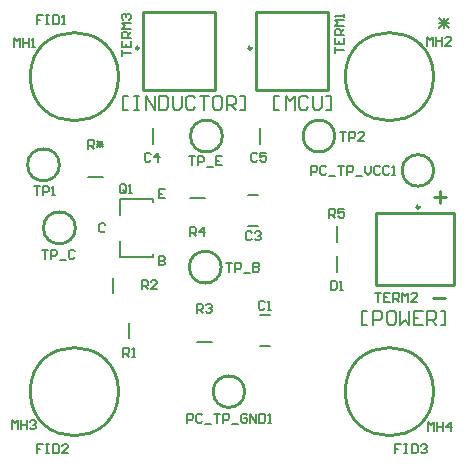
<source format=gto>
G04 Layer_Color=65535*
%FSLAX25Y25*%
%MOIN*%
G70*
G01*
G75*
%ADD22C,0.01000*%
%ADD23C,0.00787*%
%ADD24C,0.00500*%
%ADD25C,0.00800*%
D22*
X79250Y22500D02*
G03*
X79250Y22500I-5250J0D01*
G01*
X142250Y96232D02*
G03*
X142250Y96232I-5250J0D01*
G01*
X37205Y127500D02*
G03*
X37205Y127500I-14705J0D01*
G01*
X142205D02*
G03*
X142205Y127500I-14705J0D01*
G01*
X37205Y22500D02*
G03*
X37205Y22500I-14705J0D01*
G01*
X142205D02*
G03*
X142205Y22500I-14705J0D01*
G01*
X81500Y137000D02*
G03*
X81500Y137000I-500J0D01*
G01*
X137500Y84000D02*
G03*
X137500Y84000I-500J0D01*
G01*
X44000Y137000D02*
G03*
X44000Y137000I-500J0D01*
G01*
X17515Y98100D02*
G03*
X17515Y98100I-5315J0D01*
G01*
X109315Y107700D02*
G03*
X109315Y107700I-5315J0D01*
G01*
X71415Y64000D02*
G03*
X71415Y64000I-5315J0D01*
G01*
X71815Y107700D02*
G03*
X71815Y107700I-5315J0D01*
G01*
X22815Y77100D02*
G03*
X22815Y77100I-5315J0D01*
G01*
X83000Y149000D02*
X107000D01*
Y123000D02*
Y149000D01*
X83000Y123000D02*
Y149000D01*
Y123000D02*
X107000D01*
X149000Y58000D02*
Y82000D01*
X123000Y58000D02*
X149000D01*
X123000Y82000D02*
X149000D01*
X123000Y58000D02*
Y82000D01*
X45500Y149000D02*
X69500D01*
Y123000D02*
Y149000D01*
X45500Y123000D02*
Y149000D01*
Y123000D02*
X69500D01*
X142492Y87242D02*
X146491D01*
X144491Y89241D02*
Y85243D01*
X142162Y53832D02*
X146161D01*
D23*
X27041Y94200D02*
X32159D01*
X48637Y105141D02*
Y110259D01*
X84237Y105141D02*
Y110259D01*
X109963Y62453D02*
Y67571D01*
X40724Y40341D02*
Y45459D01*
X35232Y55241D02*
Y60359D01*
X63378Y38963D02*
X68496D01*
X61078Y86994D02*
X66196D01*
X109963Y72453D02*
Y77571D01*
X84462Y37782D02*
X87612D01*
X84462Y48018D02*
X87612D01*
X80425Y77882D02*
X83575D01*
X80425Y88118D02*
X83575D01*
X37564Y67500D02*
Y72700D01*
Y67500D02*
X48864D01*
Y68500D01*
Y85700D02*
Y86700D01*
X37564D02*
X48864D01*
X37564Y81500D02*
Y86700D01*
D24*
X27200Y103500D02*
Y106499D01*
X28699D01*
X29199Y105999D01*
Y104999D01*
X28699Y104500D01*
X27200D01*
X28200D02*
X29199Y103500D01*
X30199Y105999D02*
X32198Y104000D01*
X30199D02*
X32198Y105999D01*
X30199Y104999D02*
X32198D01*
X31199Y104000D02*
Y105999D01*
X101500Y94732D02*
Y97731D01*
X102999D01*
X103499Y97231D01*
Y96232D01*
X102999Y95732D01*
X101500D01*
X106498Y97231D02*
X105999Y97731D01*
X104999D01*
X104499Y97231D01*
Y95232D01*
X104999Y94732D01*
X105999D01*
X106498Y95232D01*
X107498Y94232D02*
X109497D01*
X110497Y97731D02*
X112496D01*
X111497D01*
Y94732D01*
X113496D02*
Y97731D01*
X114996D01*
X115496Y97231D01*
Y96232D01*
X114996Y95732D01*
X113496D01*
X116495Y94232D02*
X118494D01*
X119494Y97731D02*
Y95732D01*
X120494Y94732D01*
X121493Y95732D01*
Y97731D01*
X124493Y97231D02*
X123993Y97731D01*
X122993D01*
X122493Y97231D01*
Y95232D01*
X122993Y94732D01*
X123993D01*
X124493Y95232D01*
X127492Y97231D02*
X126992Y97731D01*
X125992D01*
X125492Y97231D01*
Y95232D01*
X125992Y94732D01*
X126992D01*
X127492Y95232D01*
X128491Y94732D02*
X129491D01*
X128991D01*
Y97731D01*
X128491Y97231D01*
X60138Y12071D02*
Y15070D01*
X61638D01*
X62137Y14570D01*
Y13570D01*
X61638Y13071D01*
X60138D01*
X65136Y14570D02*
X64636Y15070D01*
X63637D01*
X63137Y14570D01*
Y12571D01*
X63637Y12071D01*
X64636D01*
X65136Y12571D01*
X66136Y11571D02*
X68135D01*
X69135Y15070D02*
X71134D01*
X70135D01*
Y12071D01*
X72134D02*
Y15070D01*
X73634D01*
X74133Y14570D01*
Y13570D01*
X73634Y13071D01*
X72134D01*
X75133Y11571D02*
X77132D01*
X80132Y14570D02*
X79632Y15070D01*
X78632D01*
X78132Y14570D01*
Y12571D01*
X78632Y12071D01*
X79632D01*
X80132Y12571D01*
Y13570D01*
X79132D01*
X81131Y12071D02*
Y15070D01*
X83131Y12071D01*
Y15070D01*
X84130D02*
Y12071D01*
X85630D01*
X86130Y12571D01*
Y14570D01*
X85630Y15070D01*
X84130D01*
X87129Y12071D02*
X88129D01*
X87629D01*
Y15070D01*
X87129Y14570D01*
X85899Y52299D02*
X85400Y52799D01*
X84400D01*
X83900Y52299D01*
Y50300D01*
X84400Y49800D01*
X85400D01*
X85899Y50300D01*
X86899Y49800D02*
X87899D01*
X87399D01*
Y52799D01*
X86899Y52299D01*
X81599Y75499D02*
X81099Y75999D01*
X80100D01*
X79600Y75499D01*
Y73500D01*
X80100Y73000D01*
X81099D01*
X81599Y73500D01*
X82599Y75499D02*
X83099Y75999D01*
X84099D01*
X84598Y75499D01*
Y74999D01*
X84099Y74499D01*
X83599D01*
X84099D01*
X84598Y74000D01*
Y73500D01*
X84099Y73000D01*
X83099D01*
X82599Y73500D01*
X48007Y101711D02*
X47508Y102211D01*
X46508D01*
X46008Y101711D01*
Y99712D01*
X46508Y99212D01*
X47508D01*
X48007Y99712D01*
X50507Y99212D02*
Y102211D01*
X49007Y100712D01*
X51006D01*
X83499Y101699D02*
X82999Y102199D01*
X82000D01*
X81500Y101699D01*
Y99700D01*
X82000Y99200D01*
X82999D01*
X83499Y99700D01*
X86498Y102199D02*
X84499D01*
Y100699D01*
X85499Y101199D01*
X85999D01*
X86498Y100699D01*
Y99700D01*
X85999Y99200D01*
X84999D01*
X84499Y99700D01*
X107994Y59499D02*
Y56500D01*
X109494D01*
X109994Y57000D01*
Y58999D01*
X109494Y59499D01*
X107994D01*
X110994Y56500D02*
X111993D01*
X111493D01*
Y59499D01*
X110994Y58999D01*
X11999Y147999D02*
X10000D01*
Y146500D01*
X11000D01*
X10000D01*
Y145000D01*
X12999Y147999D02*
X13999D01*
X13499D01*
Y145000D01*
X12999D01*
X13999D01*
X15498Y147999D02*
Y145000D01*
X16998D01*
X17498Y145500D01*
Y147499D01*
X16998Y147999D01*
X15498D01*
X18497Y145000D02*
X19497D01*
X18997D01*
Y147999D01*
X18497Y147499D01*
X11999Y4999D02*
X10000D01*
Y3500D01*
X11000D01*
X10000D01*
Y2000D01*
X12999Y4999D02*
X13999D01*
X13499D01*
Y2000D01*
X12999D01*
X13999D01*
X15498Y4999D02*
Y2000D01*
X16998D01*
X17498Y2500D01*
Y4499D01*
X16998Y4999D01*
X15498D01*
X20497Y2000D02*
X18497D01*
X20497Y3999D01*
Y4499D01*
X19997Y4999D01*
X18997D01*
X18497Y4499D01*
X131499Y4999D02*
X129500D01*
Y3500D01*
X130500D01*
X129500D01*
Y2000D01*
X132499Y4999D02*
X133499D01*
X132999D01*
Y2000D01*
X132499D01*
X133499D01*
X134998Y4999D02*
Y2000D01*
X136498D01*
X136998Y2500D01*
Y4499D01*
X136498Y4999D01*
X134998D01*
X137997Y4499D02*
X138497Y4999D01*
X139497D01*
X139997Y4499D01*
Y3999D01*
X139497Y3500D01*
X138997D01*
X139497D01*
X139997Y3000D01*
Y2500D01*
X139497Y2000D01*
X138497D01*
X137997Y2500D01*
X2209Y137314D02*
Y140313D01*
X3209Y139313D01*
X4208Y140313D01*
Y137314D01*
X5208Y140313D02*
Y137314D01*
Y138813D01*
X7207D01*
Y140313D01*
Y137314D01*
X8207D02*
X9207D01*
X8707D01*
Y140313D01*
X8207Y139813D01*
X140184Y137834D02*
Y140833D01*
X141184Y139833D01*
X142183Y140833D01*
Y137834D01*
X143183Y140833D02*
Y137834D01*
Y139333D01*
X145182D01*
Y140833D01*
Y137834D01*
X148181D02*
X146182D01*
X148181Y139833D01*
Y140333D01*
X147682Y140833D01*
X146682D01*
X146182Y140333D01*
X1658Y9937D02*
Y12936D01*
X2658Y11936D01*
X3657Y12936D01*
Y9937D01*
X4657Y12936D02*
Y9937D01*
Y11436D01*
X6656D01*
Y12936D01*
Y9937D01*
X7656Y12436D02*
X8156Y12936D01*
X9156D01*
X9655Y12436D01*
Y11936D01*
X9156Y11436D01*
X8656D01*
X9156D01*
X9655Y10937D01*
Y10437D01*
X9156Y9937D01*
X8156D01*
X7656Y10437D01*
X140452Y9379D02*
Y12378D01*
X141452Y11378D01*
X142451Y12378D01*
Y9379D01*
X143451Y12378D02*
Y9379D01*
Y10879D01*
X145450D01*
Y12378D01*
Y9379D01*
X147950D02*
Y12378D01*
X146450Y10879D01*
X148449D01*
X38756Y34200D02*
Y37199D01*
X40255D01*
X40755Y36699D01*
Y35699D01*
X40255Y35200D01*
X38756D01*
X39756D02*
X40755Y34200D01*
X41755D02*
X42755D01*
X42255D01*
Y37199D01*
X41755Y36699D01*
X44957Y56600D02*
Y59599D01*
X46456D01*
X46956Y59099D01*
Y58100D01*
X46456Y57600D01*
X44957D01*
X45956D02*
X46956Y56600D01*
X49955D02*
X47956D01*
X49955Y58599D01*
Y59099D01*
X49455Y59599D01*
X48456D01*
X47956Y59099D01*
X63300Y48800D02*
Y51799D01*
X64799D01*
X65299Y51299D01*
Y50300D01*
X64799Y49800D01*
X63300D01*
X64300D02*
X65299Y48800D01*
X66299Y51299D02*
X66799Y51799D01*
X67799D01*
X68298Y51299D01*
Y50799D01*
X67799Y50300D01*
X67299D01*
X67799D01*
X68298Y49800D01*
Y49300D01*
X67799Y48800D01*
X66799D01*
X66299Y49300D01*
X61100Y74300D02*
Y77299D01*
X62599D01*
X63099Y76799D01*
Y75800D01*
X62599Y75300D01*
X61100D01*
X62100D02*
X63099Y74300D01*
X65599D02*
Y77299D01*
X64099Y75800D01*
X66098D01*
X107400Y80500D02*
Y83499D01*
X108899D01*
X109399Y82999D01*
Y81999D01*
X108899Y81500D01*
X107400D01*
X108400D02*
X109399Y80500D01*
X112398Y83499D02*
X110399D01*
Y81999D01*
X111399Y82499D01*
X111899D01*
X112398Y81999D01*
Y81000D01*
X111899Y80500D01*
X110899D01*
X110399Y81000D01*
X109287Y135250D02*
Y137249D01*
Y136250D01*
X112286D01*
X109287Y140248D02*
Y138249D01*
X112286D01*
Y140248D01*
X110786Y138249D02*
Y139249D01*
X112286Y141248D02*
X109287D01*
Y142748D01*
X109787Y143247D01*
X110786D01*
X111286Y142748D01*
Y141248D01*
Y142248D02*
X112286Y143247D01*
Y144247D02*
X109287D01*
X110287Y145247D01*
X109287Y146246D01*
X112286D01*
Y147246D02*
Y148246D01*
Y147746D01*
X109287D01*
X109787Y147246D01*
X122742Y55478D02*
X124741D01*
X123742D01*
Y52479D01*
X127740Y55478D02*
X125741D01*
Y52479D01*
X127740D01*
X125741Y53979D02*
X126741D01*
X128740Y52479D02*
Y55478D01*
X130240D01*
X130739Y54978D01*
Y53979D01*
X130240Y53479D01*
X128740D01*
X129740D02*
X130739Y52479D01*
X131739D02*
Y55478D01*
X132739Y54478D01*
X133738Y55478D01*
Y52479D01*
X136738D02*
X134738D01*
X136738Y54478D01*
Y54978D01*
X136238Y55478D01*
X135238D01*
X134738Y54978D01*
X9000Y90999D02*
X10999D01*
X10000D01*
Y88000D01*
X11999D02*
Y90999D01*
X13499D01*
X13998Y90499D01*
Y89499D01*
X13499Y89000D01*
X11999D01*
X14998Y88000D02*
X15998D01*
X15498D01*
Y90999D01*
X14998Y90499D01*
X111200Y109099D02*
X113199D01*
X112200D01*
Y106100D01*
X114199D02*
Y109099D01*
X115699D01*
X116198Y108599D01*
Y107599D01*
X115699Y107100D01*
X114199D01*
X119197Y106100D02*
X117198D01*
X119197Y108099D01*
Y108599D01*
X118698Y109099D01*
X117698D01*
X117198Y108599D01*
X73200Y65499D02*
X75199D01*
X74200D01*
Y62500D01*
X76199D02*
Y65499D01*
X77699D01*
X78198Y64999D01*
Y63999D01*
X77699Y63500D01*
X76199D01*
X79198Y62000D02*
X81197D01*
X82197Y65499D02*
Y62500D01*
X83697D01*
X84196Y63000D01*
Y63500D01*
X83697Y63999D01*
X82197D01*
X83697D01*
X84196Y64499D01*
Y64999D01*
X83697Y65499D01*
X82197D01*
X60700Y100899D02*
X62699D01*
X61700D01*
Y97900D01*
X63699D02*
Y100899D01*
X65199D01*
X65698Y100399D01*
Y99400D01*
X65199Y98900D01*
X63699D01*
X66698Y97400D02*
X68697D01*
X71696Y100899D02*
X69697D01*
Y97900D01*
X71696D01*
X69697Y99400D02*
X70697D01*
X11600Y69799D02*
X13599D01*
X12600D01*
Y66800D01*
X14599D02*
Y69799D01*
X16099D01*
X16598Y69299D01*
Y68300D01*
X16099Y67800D01*
X14599D01*
X17598Y66300D02*
X19597D01*
X22596Y69299D02*
X22097Y69799D01*
X21097D01*
X20597Y69299D01*
Y67300D01*
X21097Y66800D01*
X22097D01*
X22596Y67300D01*
X38365Y134454D02*
Y136453D01*
Y135454D01*
X41364D01*
X38365Y139452D02*
Y137453D01*
X41364D01*
Y139452D01*
X39865Y137453D02*
Y138453D01*
X41364Y140452D02*
X38365D01*
Y141952D01*
X38865Y142451D01*
X39865D01*
X40364Y141952D01*
Y140452D01*
Y141452D02*
X41364Y142451D01*
Y143451D02*
X38365D01*
X39365Y144451D01*
X38365Y145450D01*
X41364D01*
X38865Y146450D02*
X38365Y146950D01*
Y147950D01*
X38865Y148450D01*
X39365D01*
X39865Y147950D01*
Y147450D01*
Y147950D01*
X40364Y148450D01*
X40864D01*
X41364Y147950D01*
Y146950D01*
X40864Y146450D01*
X39599Y89200D02*
Y91199D01*
X39099Y91699D01*
X38100D01*
X37600Y91199D01*
Y89200D01*
X38100Y88700D01*
X39099D01*
X38600Y89700D02*
X39599Y88700D01*
X39099D02*
X39599Y89200D01*
X40599Y88700D02*
X41599D01*
X41099D01*
Y91699D01*
X40599Y91199D01*
X40255Y116500D02*
X38756D01*
Y120999D01*
X40255D01*
X42505D02*
X44004D01*
X43255D01*
Y116500D01*
X42505D01*
X44004D01*
X46253D02*
Y120999D01*
X49253Y116500D01*
Y120999D01*
X50752D02*
Y116500D01*
X53001D01*
X53751Y117250D01*
Y120249D01*
X53001Y120999D01*
X50752D01*
X55251D02*
Y117250D01*
X56000Y116500D01*
X57500D01*
X58250Y117250D01*
Y120999D01*
X62748Y120249D02*
X61998Y120999D01*
X60499D01*
X59749Y120249D01*
Y117250D01*
X60499Y116500D01*
X61998D01*
X62748Y117250D01*
X64248Y120999D02*
X67247D01*
X65747D01*
Y116500D01*
X70995Y120999D02*
X69496D01*
X68746Y120249D01*
Y117250D01*
X69496Y116500D01*
X70995D01*
X71745Y117250D01*
Y120249D01*
X70995Y120999D01*
X73245Y116500D02*
Y120999D01*
X75494D01*
X76244Y120249D01*
Y118749D01*
X75494Y117999D01*
X73245D01*
X74744D02*
X76244Y116500D01*
X77743D02*
X79243D01*
Y120999D01*
X77743D01*
X119922Y44879D02*
X118422D01*
Y49378D01*
X119922D01*
X122171Y44879D02*
Y49378D01*
X124420D01*
X125170Y48628D01*
Y47128D01*
X124420Y46378D01*
X122171D01*
X128919Y49378D02*
X127419D01*
X126669Y48628D01*
Y45629D01*
X127419Y44879D01*
X128919D01*
X129668Y45629D01*
Y48628D01*
X128919Y49378D01*
X131168D02*
Y44879D01*
X132667Y46378D01*
X134167Y44879D01*
Y49378D01*
X138665D02*
X135666D01*
Y44879D01*
X138665D01*
X135666Y47128D02*
X137166D01*
X140165Y44879D02*
Y49378D01*
X142414D01*
X143164Y48628D01*
Y47128D01*
X142414Y46378D01*
X140165D01*
X141665D02*
X143164Y44879D01*
X144664D02*
X146163D01*
Y49378D01*
X144664D01*
X90699Y116500D02*
X89200D01*
Y120999D01*
X90699D01*
X92949Y116500D02*
Y120999D01*
X94448Y119499D01*
X95948Y120999D01*
Y116500D01*
X100446Y120249D02*
X99697Y120999D01*
X98197D01*
X97447Y120249D01*
Y117250D01*
X98197Y116500D01*
X99697D01*
X100446Y117250D01*
X101946Y120999D02*
Y117250D01*
X102696Y116500D01*
X104195D01*
X104945Y117250D01*
Y120999D01*
X106444Y116500D02*
X107944D01*
Y120999D01*
X106444D01*
X50600Y67599D02*
Y64600D01*
X52100D01*
X52599Y65100D01*
Y65600D01*
X52100Y66100D01*
X50600D01*
X52100D01*
X52599Y66599D01*
Y67099D01*
X52100Y67599D01*
X50600D01*
X52799Y89899D02*
X50800D01*
Y86900D01*
X52799D01*
X50800Y88399D02*
X51800D01*
X32799Y78199D02*
X32300Y78699D01*
X31300D01*
X30800Y78199D01*
Y76200D01*
X31300Y75700D01*
X32300D01*
X32799Y76200D01*
D25*
X144000Y147165D02*
X147332Y143833D01*
X144000D02*
X147332Y147165D01*
X144000Y145499D02*
X147332D01*
X145666Y143833D02*
Y147165D01*
M02*

</source>
